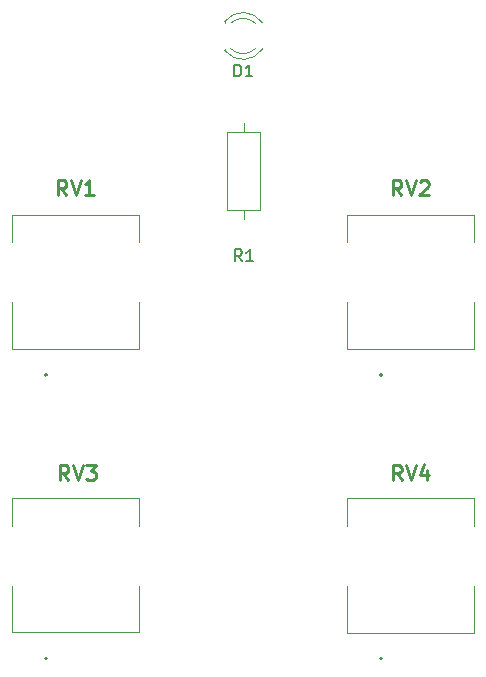
<source format=gto>
G04 #@! TF.GenerationSoftware,KiCad,Pcbnew,(6.0.9)*
G04 #@! TF.CreationDate,2022-11-21T10:54:09+01:00*
G04 #@! TF.ProjectId,IO Board,494f2042-6f61-4726-942e-6b696361645f,rev?*
G04 #@! TF.SameCoordinates,Original*
G04 #@! TF.FileFunction,Legend,Top*
G04 #@! TF.FilePolarity,Positive*
%FSLAX46Y46*%
G04 Gerber Fmt 4.6, Leading zero omitted, Abs format (unit mm)*
G04 Created by KiCad (PCBNEW (6.0.9)) date 2022-11-21 10:54:09*
%MOMM*%
%LPD*%
G01*
G04 APERTURE LIST*
%ADD10C,0.150000*%
%ADD11C,0.254000*%
%ADD12C,0.120000*%
%ADD13C,0.100000*%
%ADD14C,0.200000*%
%ADD15R,1.800000X1.800000*%
%ADD16C,1.800000*%
%ADD17C,1.500000*%
%ADD18C,3.164000*%
%ADD19C,1.600000*%
%ADD20O,1.600000X1.600000*%
%ADD21C,2.200000*%
%ADD22R,1.700000X1.700000*%
%ADD23O,1.700000X1.700000*%
G04 APERTURE END LIST*
D10*
X214907904Y-61634076D02*
X214907904Y-60634076D01*
X215146000Y-60634076D01*
X215288857Y-60681696D01*
X215384095Y-60776934D01*
X215431714Y-60872172D01*
X215479333Y-61062648D01*
X215479333Y-61205505D01*
X215431714Y-61395981D01*
X215384095Y-61491219D01*
X215288857Y-61586457D01*
X215146000Y-61634076D01*
X214907904Y-61634076D01*
X216431714Y-61634076D02*
X215860285Y-61634076D01*
X216146000Y-61634076D02*
X216146000Y-60634076D01*
X216050761Y-60776934D01*
X215955523Y-60872172D01*
X215860285Y-60919791D01*
D11*
X229060430Y-71694523D02*
X228637097Y-71089761D01*
X228334716Y-71694523D02*
X228334716Y-70424523D01*
X228818525Y-70424523D01*
X228939478Y-70485000D01*
X228999954Y-70545476D01*
X229060430Y-70666428D01*
X229060430Y-70847857D01*
X228999954Y-70968809D01*
X228939478Y-71029285D01*
X228818525Y-71089761D01*
X228334716Y-71089761D01*
X229423287Y-70424523D02*
X229846621Y-71694523D01*
X230269954Y-70424523D01*
X230632811Y-70545476D02*
X230693287Y-70485000D01*
X230814240Y-70424523D01*
X231116621Y-70424523D01*
X231237573Y-70485000D01*
X231298049Y-70545476D01*
X231358525Y-70666428D01*
X231358525Y-70787380D01*
X231298049Y-70968809D01*
X230572335Y-71694523D01*
X231358525Y-71694523D01*
X200858879Y-95824523D02*
X200435546Y-95219761D01*
X200133165Y-95824523D02*
X200133165Y-94554523D01*
X200616974Y-94554523D01*
X200737927Y-94615000D01*
X200798403Y-94675476D01*
X200858879Y-94796428D01*
X200858879Y-94977857D01*
X200798403Y-95098809D01*
X200737927Y-95159285D01*
X200616974Y-95219761D01*
X200133165Y-95219761D01*
X201221736Y-94554523D02*
X201645070Y-95824523D01*
X202068403Y-94554523D01*
X202370784Y-94554523D02*
X203156974Y-94554523D01*
X202733641Y-95038333D01*
X202915070Y-95038333D01*
X203036022Y-95098809D01*
X203096498Y-95159285D01*
X203156974Y-95280238D01*
X203156974Y-95582619D01*
X203096498Y-95703571D01*
X203036022Y-95764047D01*
X202915070Y-95824523D01*
X202552212Y-95824523D01*
X202431260Y-95764047D01*
X202370784Y-95703571D01*
X229065659Y-95824523D02*
X228642326Y-95219761D01*
X228339945Y-95824523D02*
X228339945Y-94554523D01*
X228823754Y-94554523D01*
X228944707Y-94615000D01*
X229005183Y-94675476D01*
X229065659Y-94796428D01*
X229065659Y-94977857D01*
X229005183Y-95098809D01*
X228944707Y-95159285D01*
X228823754Y-95219761D01*
X228339945Y-95219761D01*
X229428516Y-94554523D02*
X229851850Y-95824523D01*
X230275183Y-94554523D01*
X231242802Y-94977857D02*
X231242802Y-95824523D01*
X230940421Y-94494047D02*
X230638040Y-95401190D01*
X231424231Y-95401190D01*
X200692187Y-71694523D02*
X200268854Y-71089761D01*
X199966473Y-71694523D02*
X199966473Y-70424523D01*
X200450282Y-70424523D01*
X200571235Y-70485000D01*
X200631711Y-70545476D01*
X200692187Y-70666428D01*
X200692187Y-70847857D01*
X200631711Y-70968809D01*
X200571235Y-71029285D01*
X200450282Y-71089761D01*
X199966473Y-71089761D01*
X201055044Y-70424523D02*
X201478378Y-71694523D01*
X201901711Y-70424523D01*
X202990282Y-71694523D02*
X202264568Y-71694523D01*
X202627425Y-71694523D02*
X202627425Y-70424523D01*
X202506473Y-70605952D01*
X202385520Y-70726904D01*
X202264568Y-70787380D01*
D10*
X215542609Y-77287380D02*
X215209276Y-76811190D01*
X214971180Y-77287380D02*
X214971180Y-76287380D01*
X215352133Y-76287380D01*
X215447371Y-76335000D01*
X215494990Y-76382619D01*
X215542609Y-76477857D01*
X215542609Y-76620714D01*
X215494990Y-76715952D01*
X215447371Y-76763571D01*
X215352133Y-76811190D01*
X214971180Y-76811190D01*
X216494990Y-77287380D02*
X215923561Y-77287380D01*
X216209276Y-77287380D02*
X216209276Y-76287380D01*
X216114037Y-76430238D01*
X216018799Y-76525476D01*
X215923561Y-76573095D01*
D12*
X214086000Y-56980800D02*
X214086000Y-57136800D01*
X214086000Y-59296800D02*
X214086000Y-59452800D01*
X216687130Y-57136963D02*
G75*
G03*
X214605039Y-57136800I-1041130J-1079837D01*
G01*
X217318335Y-57138192D02*
G75*
G03*
X214086000Y-56981284I-1672335J-1078608D01*
G01*
X214605039Y-59296800D02*
G75*
G03*
X216687130Y-59296637I1040961J1080000D01*
G01*
X214086000Y-59452316D02*
G75*
G03*
X217318335Y-59295408I1560000J1235516D01*
G01*
D13*
X224466383Y-80763005D02*
X224466383Y-84723005D01*
X224466383Y-73373005D02*
X235166383Y-73373005D01*
X235166383Y-84723005D02*
X235166383Y-80763005D01*
D14*
X227216383Y-86923005D02*
X227216383Y-86923005D01*
D13*
X224466383Y-75683005D02*
X224466383Y-73373005D01*
D14*
X227416383Y-86923005D02*
X227416383Y-86923005D01*
D13*
X224466383Y-84723005D02*
X235166383Y-84723005D01*
X235166383Y-73373005D02*
X235166383Y-75683005D01*
D14*
X227216383Y-86923005D02*
G75*
G03*
X227416383Y-86923005I100000J0D01*
G01*
X227416383Y-86923005D02*
G75*
G03*
X227216383Y-86923005I-100000J0D01*
G01*
X199054916Y-110916108D02*
X199054916Y-110916108D01*
D13*
X196104916Y-99676108D02*
X196104916Y-97366108D01*
D14*
X198854916Y-110916108D02*
X198854916Y-110916108D01*
D13*
X196104916Y-104756108D02*
X196104916Y-108716108D01*
X206804916Y-108716108D02*
X206804916Y-104756108D01*
X196104916Y-97366108D02*
X206804916Y-97366108D01*
X196104916Y-108716108D02*
X206804916Y-108716108D01*
X206804916Y-97366108D02*
X206804916Y-99676108D01*
D14*
X199054916Y-110916108D02*
G75*
G03*
X198854916Y-110916108I-100000J0D01*
G01*
X198854916Y-110916108D02*
G75*
G03*
X199054916Y-110916108I100000J0D01*
G01*
X227421612Y-110925162D02*
X227421612Y-110925162D01*
D13*
X224471612Y-108725162D02*
X235171612Y-108725162D01*
X224471612Y-99685162D02*
X224471612Y-97375162D01*
X224471612Y-104765162D02*
X224471612Y-108725162D01*
X235171612Y-108725162D02*
X235171612Y-104765162D01*
X224471612Y-97375162D02*
X235171612Y-97375162D01*
X235171612Y-97375162D02*
X235171612Y-99685162D01*
D14*
X227221612Y-110925162D02*
X227221612Y-110925162D01*
X227221612Y-110925162D02*
G75*
G03*
X227421612Y-110925162I100000J0D01*
G01*
X227421612Y-110925162D02*
G75*
G03*
X227221612Y-110925162I-100000J0D01*
G01*
X199048140Y-86920462D02*
X199048140Y-86920462D01*
D13*
X196098140Y-84720462D02*
X206798140Y-84720462D01*
X196098140Y-75680462D02*
X196098140Y-73370462D01*
X196098140Y-80760462D02*
X196098140Y-84720462D01*
X196098140Y-73370462D02*
X206798140Y-73370462D01*
X206798140Y-73370462D02*
X206798140Y-75680462D01*
D14*
X198848140Y-86920462D02*
X198848140Y-86920462D01*
D13*
X206798140Y-84720462D02*
X206798140Y-80760462D01*
D14*
X199048140Y-86920462D02*
G75*
G03*
X198848140Y-86920462I-100000J0D01*
G01*
X198848140Y-86920462D02*
G75*
G03*
X199048140Y-86920462I100000J0D01*
G01*
D12*
X215686347Y-65607791D02*
X215686347Y-66377791D01*
X214316347Y-72917791D02*
X217056347Y-72917791D01*
X214316347Y-66377791D02*
X214316347Y-72917791D01*
X217056347Y-72917791D02*
X217056347Y-66377791D01*
X215686347Y-73687791D02*
X215686347Y-72917791D01*
X217056347Y-66377791D02*
X214316347Y-66377791D01*
%LPC*%
D15*
X214376000Y-58216800D03*
D16*
X216916000Y-58216800D03*
D17*
X227316383Y-85723005D03*
X229816383Y-85723005D03*
X232316383Y-85723005D03*
D18*
X225066383Y-78223005D03*
X234566383Y-78223005D03*
D17*
X198954916Y-109716108D03*
X201454916Y-109716108D03*
X203954916Y-109716108D03*
D18*
X196704916Y-102216108D03*
X206204916Y-102216108D03*
D17*
X227321612Y-109725162D03*
X229821612Y-109725162D03*
X232321612Y-109725162D03*
D18*
X225071612Y-102225162D03*
X234571612Y-102225162D03*
D17*
X198948140Y-85720462D03*
X201448140Y-85720462D03*
X203948140Y-85720462D03*
D18*
X196698140Y-78220462D03*
X206198140Y-78220462D03*
D19*
X215686347Y-74727791D03*
D20*
X215686347Y-64567791D03*
D21*
X193922370Y-89298025D03*
D22*
X237998000Y-81686400D03*
D23*
X237998000Y-84226400D03*
X237998000Y-86766400D03*
X237998000Y-89306400D03*
X237998000Y-91846400D03*
X237998000Y-94386400D03*
X237998000Y-96926400D03*
M02*

</source>
